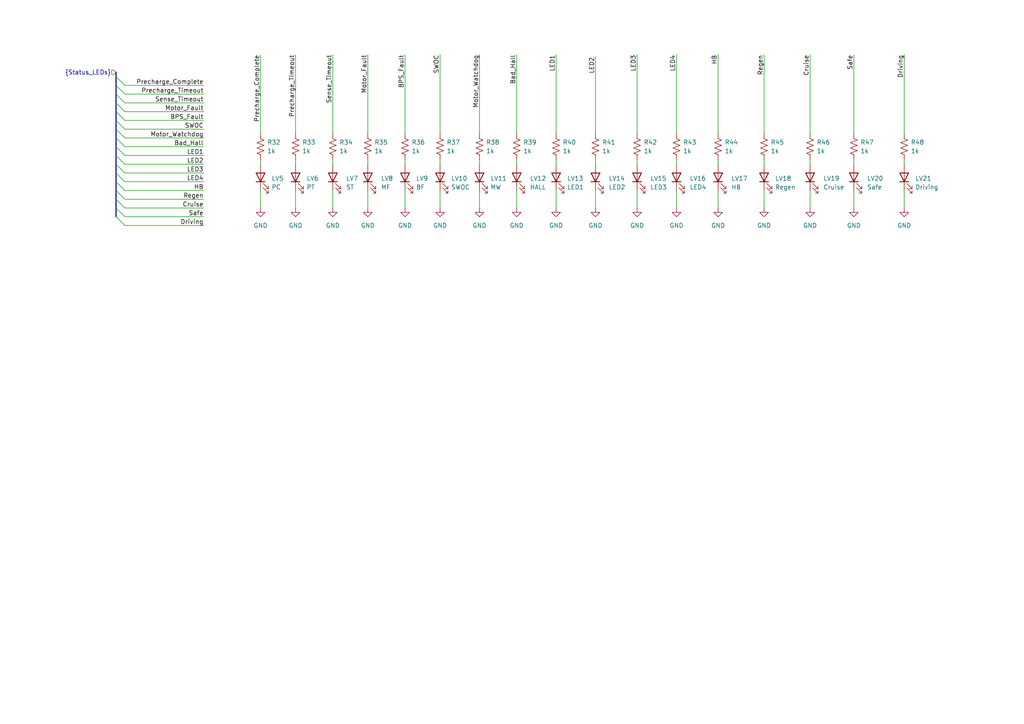
<source format=kicad_sch>
(kicad_sch (version 20250114) (generator "eeschema") (generator_version "9.0")
  (paper "A4")
  (lib_symbols
    (symbol "Device:LED" (pin_numbers (hide yes)) (pin_names (offset 1.016) (hide yes))
      (property "Reference" "D" (at 0 2.54 0))
      (property "Value" "LED" (at 0 -2.54 0))
      (symbol "LED_0_1"
        (polyline (pts (xy -3.048 -0.762) (xy -4.572 -2.286) (xy -3.81 -2.286) (xy -4.572 -2.286) (xy -4.572 -1.524)))
        (polyline (pts (xy -1.778 -0.762) (xy -3.302 -2.286) (xy -2.54 -2.286) (xy -3.302 -2.286) (xy -3.302 -1.524)))
        (polyline (pts (xy -1.27 0) (xy 1.27 0)))
        (polyline (pts (xy -1.27 -1.27) (xy -1.27 1.27)) (stroke (width 0.254)))
        (polyline (pts (xy 1.27 -1.27) (xy 1.27 1.27) (xy -1.27 0) (xy 1.27 -1.27)) (stroke (width 0.254)))
      )
      (symbol "LED_1_1"
        (pin passive line (at -3.81 0 0) (length 2.54) (name "K") (number "1"))
        (pin passive line (at 3.81 0 180) (length 2.54) (name "A") (number "2"))
      )
    )
    (symbol "Device:R_US" (pin_numbers (hide yes)) (pin_names (offset 0))
      (property "Reference" "R" (at 2.54 0 90))
      (property "Value" "R_US" (at -2.54 0 90))
      (symbol "R_US_0_1"
        (polyline (pts (xy 0 2.286) (xy 0 2.54)))
        (polyline (pts (xy 0 2.286) (xy 1.016 1.905) (xy 0 1.524) (xy -1.016 1.143) (xy 0 0.762)))
        (polyline (pts (xy 0 0.762) (xy 1.016 0.381) (xy 0 0) (xy -1.016 -0.381) (xy 0 -0.762)))
        (polyline (pts (xy 0 -0.762) (xy 1.016 -1.143) (xy 0 -1.524) (xy -1.016 -1.905) (xy 0 -2.286)))
        (polyline (pts (xy 0 -2.286) (xy 0 -2.54)))
      )
      (symbol "R_US_1_1"
        (pin passive line (at 0 3.81 270) (length 1.27) (name "~") (number "1"))
        (pin passive line (at 0 -3.81 90) (length 1.27) (name "~") (number "2"))
      )
    )
    (symbol "power:GND" (power) (pin_numbers (hide yes)) (pin_names (offset 0) (hide yes))
      (property "Value" "GND" (at 0 -3.81 0))
      (symbol "GND_0_1"
        (polyline (pts (xy 0 0) (xy 0 -1.27) (xy 1.27 -1.27) (xy 0 -2.54) (xy -1.27 -1.27) (xy 0 -1.27)))
      )
      (symbol "GND_1_1"
        (pin power_in line (at 0 0 270) (length 0) (name "~") (number "1"))
      )
    )
  )
  (bus_entry (at 33.655 47.625) (size 2.54 2.54))
  (bus_entry (at 33.655 34.925) (size 2.54 2.54))
  (bus_entry (at 33.655 22.225) (size 2.54 2.54))
  (bus_entry (at 33.655 45.085) (size 2.54 2.54))
  (bus_entry (at 33.655 50.165) (size 2.54 2.54))
  (bus_entry (at 33.655 40.005) (size 2.54 2.54))
  (bus_entry (at 33.655 27.305) (size 2.54 2.54))
  (bus_entry (at 33.655 37.465) (size 2.54 2.54))
  (bus_entry (at 33.655 42.545) (size 2.54 2.54))
  (bus_entry (at 33.655 32.385) (size 2.54 2.54))
  (bus_entry (at 33.655 29.845) (size 2.54 2.54))
  (bus_entry (at 33.655 60.325) (size 2.54 2.54))
  (bus_entry (at 33.655 55.245) (size 2.54 2.54))
  (bus_entry (at 33.655 52.705) (size 2.54 2.54))
  (bus_entry (at 33.655 24.765) (size 2.54 2.54))
  (bus_entry (at 33.655 62.865) (size 2.54 2.54))
  (bus_entry (at 33.655 57.785) (size 2.54 2.54))
  (bus (pts (xy 33.655 40.005) (xy 33.655 42.545)))
  (wire (pts (xy 196.215 55.245) (xy 196.215 60.325)))
  (wire (pts (xy 149.86 38.735) (xy 149.86 15.875)))
  (wire (pts (xy 208.28 55.245) (xy 208.28 60.325)))
  (wire (pts (xy 221.615 38.735) (xy 221.615 15.875)))
  (wire (pts (xy 139.065 38.735) (xy 139.065 15.875)))
  (wire (pts (xy 221.615 55.245) (xy 221.615 60.325)))
  (bus (pts (xy 33.655 42.545) (xy 33.655 45.085)))
  (wire (pts (xy 127.635 46.355) (xy 127.635 47.625)))
  (wire (pts (xy 234.95 55.245) (xy 234.95 60.325)))
  (wire (pts (xy 208.28 38.735) (xy 208.28 15.875)))
  (wire (pts (xy 106.68 55.245) (xy 106.68 60.325)))
  (bus (pts (xy 33.655 52.705) (xy 33.655 55.245)))
  (wire (pts (xy 184.785 55.245) (xy 184.785 60.325)))
  (wire (pts (xy 221.615 46.355) (xy 221.615 47.625)))
  (wire (pts (xy 161.29 46.355) (xy 161.29 47.625)))
  (wire (pts (xy 208.28 46.355) (xy 208.28 47.625)))
  (wire (pts (xy 75.565 46.355) (xy 75.565 47.625)))
  (bus (pts (xy 33.655 32.385) (xy 33.655 34.925)))
  (bus (pts (xy 33.655 34.925) (xy 33.655 37.465)))
  (wire (pts (xy 75.565 55.245) (xy 75.565 60.325)))
  (wire (pts (xy 36.195 60.325) (xy 59.055 60.325)))
  (bus (pts (xy 33.655 60.325) (xy 33.655 62.865)))
  (wire (pts (xy 247.65 46.355) (xy 247.65 47.625)))
  (bus (pts (xy 33.655 22.225) (xy 33.655 24.765)))
  (wire (pts (xy 96.52 55.245) (xy 96.52 60.325)))
  (wire (pts (xy 36.195 45.085) (xy 59.055 45.085)))
  (wire (pts (xy 36.195 62.865) (xy 59.055 62.865)))
  (wire (pts (xy 196.215 38.735) (xy 196.215 15.875)))
  (wire (pts (xy 36.195 40.005) (xy 59.055 40.005)))
  (wire (pts (xy 247.65 38.735) (xy 247.65 15.875)))
  (wire (pts (xy 172.72 55.245) (xy 172.72 60.325)))
  (bus (pts (xy 33.655 27.305) (xy 33.655 29.845)))
  (wire (pts (xy 139.065 55.245) (xy 139.065 60.325)))
  (wire (pts (xy 85.725 38.735) (xy 85.725 15.875)))
  (bus (pts (xy 33.655 29.845) (xy 33.655 32.385)))
  (bus (pts (xy 33.655 45.085) (xy 33.655 47.625)))
  (bus (pts (xy 33.655 55.245) (xy 33.655 57.785)))
  (wire (pts (xy 36.195 57.785) (xy 59.055 57.785)))
  (wire (pts (xy 172.72 46.355) (xy 172.72 47.625)))
  (wire (pts (xy 117.475 46.355) (xy 117.475 47.625)))
  (wire (pts (xy 149.86 46.355) (xy 149.86 47.625)))
  (wire (pts (xy 36.195 47.625) (xy 59.055 47.625)))
  (wire (pts (xy 262.255 38.735) (xy 262.255 15.875)))
  (wire (pts (xy 196.215 46.355) (xy 196.215 47.625)))
  (wire (pts (xy 234.95 46.355) (xy 234.95 47.625)))
  (wire (pts (xy 36.195 65.405) (xy 59.055 65.405)))
  (wire (pts (xy 184.785 46.355) (xy 184.785 47.625)))
  (wire (pts (xy 117.475 38.735) (xy 117.475 15.875)))
  (bus (pts (xy 33.655 24.765) (xy 33.655 27.305)))
  (wire (pts (xy 36.195 32.385) (xy 59.055 32.385)))
  (wire (pts (xy 75.565 38.735) (xy 75.565 15.875)))
  (wire (pts (xy 127.635 38.735) (xy 127.635 15.875)))
  (wire (pts (xy 36.195 37.465) (xy 59.055 37.465)))
  (wire (pts (xy 247.65 55.245) (xy 247.65 60.325)))
  (wire (pts (xy 36.195 55.245) (xy 59.055 55.245)))
  (wire (pts (xy 106.68 46.355) (xy 106.68 47.625)))
  (wire (pts (xy 36.195 29.845) (xy 59.055 29.845)))
  (wire (pts (xy 149.86 55.245) (xy 149.86 60.325)))
  (bus (pts (xy 33.655 57.785) (xy 33.655 60.325)))
  (wire (pts (xy 96.52 38.735) (xy 96.52 15.875)))
  (wire (pts (xy 161.29 55.245) (xy 161.29 60.325)))
  (wire (pts (xy 36.195 27.305) (xy 59.055 27.305)))
  (bus (pts (xy 33.655 50.165) (xy 33.655 52.705)))
  (wire (pts (xy 184.785 38.735) (xy 184.785 15.875)))
  (wire (pts (xy 234.95 38.735) (xy 234.95 15.875)))
  (wire (pts (xy 139.065 46.355) (xy 139.065 47.625)))
  (bus (pts (xy 33.655 47.625) (xy 33.655 50.165)))
  (wire (pts (xy 85.725 55.245) (xy 85.725 60.325)))
  (wire (pts (xy 106.68 38.735) (xy 106.68 15.875)))
  (wire (pts (xy 36.195 42.545) (xy 59.055 42.545)))
  (wire (pts (xy 36.195 50.165) (xy 59.055 50.165)))
  (wire (pts (xy 36.195 52.705) (xy 59.055 52.705)))
  (wire (pts (xy 96.52 46.355) (xy 96.52 47.625)))
  (wire (pts (xy 172.72 38.735) (xy 172.72 16.51)))
  (wire (pts (xy 161.29 38.735) (xy 161.29 15.875)))
  (wire (pts (xy 36.195 34.925) (xy 59.055 34.925)))
  (wire (pts (xy 262.255 46.355) (xy 262.255 47.625)))
  (bus (pts (xy 33.655 37.465) (xy 33.655 40.005)))
  (wire (pts (xy 262.255 55.245) (xy 262.255 60.325)))
  (wire (pts (xy 36.195 24.765) (xy 59.055 24.765)))
  (wire (pts (xy 127.635 55.245) (xy 127.635 60.325)))
  (wire (pts (xy 117.475 55.245) (xy 117.475 60.325)))
  (bus (pts (xy 33.655 20.955) (xy 33.655 22.225)))
  (wire (pts (xy 85.725 46.355) (xy 85.725 47.625)))
  (label "LED3" (at 59.055 50.165 180))
  (label "Precharge_Complete" (at 59.055 24.765 180))
  (label "LED2" (at 172.72 16.51 270))
  (label "Bad_Hall" (at 149.86 15.875 270))
  (label "SWOC" (at 59.055 37.465 180))
  (label "LED3" (at 184.785 15.875 270))
  (label "Cruise" (at 59.055 60.325 180))
  (label "Cruise" (at 234.95 15.875 270))
  (label "Driving" (at 262.255 15.875 270))
  (label "Sense_Timeout" (at 59.055 29.845 180))
  (label "HB" (at 59.055 55.245 180))
  (label "Motor_Fault" (at 59.055 32.385 180))
  (label "Motor_Fault" (at 106.68 15.875 270))
  (label "LED1" (at 161.29 15.875 270))
  (label "LED4" (at 196.215 15.875 270))
  (label "Bad_Hall" (at 59.055 42.545 180))
  (label "SWOC" (at 127.635 15.875 270))
  (label "HB" (at 208.28 15.875 270))
  (label "BPS_Fault" (at 117.475 15.875 270))
  (label "Regen" (at 221.615 15.875 270))
  (label "LED1" (at 59.055 45.085 180))
  (label "LED2" (at 59.055 47.625 180))
  (label "Precharge_Timeout" (at 85.725 15.875 270))
  (label "Safe" (at 59.055 62.865 180))
  (label "Safe" (at 247.65 15.875 270))
  (label "Sense_Timeout" (at 96.52 15.875 270))
  (label "BPS_Fault" (at 59.055 34.925 180))
  (label "Precharge_Timeout" (at 59.055 27.305 180))
  (label "Motor_Watchdog" (at 59.055 40.005 180))
  (label "LED4" (at 59.055 52.705 180))
  (label "Precharge_Complete" (at 75.565 15.875 270))
  (label "Regen" (at 59.055 57.785 180))
  (label "Driving" (at 59.055 65.405 180))
  (label "Motor_Watchdog" (at 139.065 15.875 270))
  (hierarchical_label "{Status_LEDs}" (shape input) (at 33.655 20.955 180))
  (symbol (lib_id "Device:LED") (at 75.565 51.435 90) (unit 1)
    (property "Reference" "LV5" (at 78.74 51.7524 90) (effects (justify right)))
    (property "Value" "PC" (at 78.74 54.2924 90) (effects (justify right)))
    (property "Footprint" "LED_SMD:LED_0603_1608Metric_Pad1.05x0.95mm_HandSolder" (effects (hide yes)))
    (property "Datasheet" "https://www.lcsc.com/datasheet/C7371904.pdf" (effects (hide yes)))
    (property "Description" "Light emitting diode" (effects (hide yes)))
    (property "Sim.Pins" "1=K 2=A" (effects (hide yes)))
    (property "P/N" "XL-1608UBC-06A" (effects (hide yes)))
  )
  (symbol (lib_id "Device:R_US") (at 161.29 42.545 0) (unit 1)
    (property "Reference" "R40" (at 163.195 41.2749 0) (effects (justify left)))
    (property "Value" "1k" (at 163.195 43.8149 0) (effects (justify left)))
    (property "Footprint" "Resistor_SMD:R_0603_1608Metric_Pad0.98x0.95mm_HandSolder" (effects (hide yes)))
    (property "Description" "Resistor, US symbol" (effects (hide yes)))
    (property "P/N" "CRCW0603120RFKEC" (effects (hide yes)))
    (property "Mouser Part Number" " 71-CRCW0603120RFKEC" (effects (hide yes)))
  )
  (symbol (lib_id "Device:LED") (at 262.255 51.435 90) (unit 1)
    (property "Reference" "LV21" (at 265.43 51.7524 90) (effects (justify right)))
    (property "Value" "Driving" (at 265.43 54.2924 90) (effects (justify right)))
    (property "Footprint" "LED_SMD:LED_0603_1608Metric_Pad1.05x0.95mm_HandSolder" (effects (hide yes)))
    (property "Datasheet" "https://www.lcsc.com/datasheet/C7371904.pdf" (effects (hide yes)))
    (property "Description" "Light emitting diode" (effects (hide yes)))
    (property "Sim.Pins" "1=K 2=A" (effects (hide yes)))
    (property "P/N" "XL-1608UBC-06A" (effects (hide yes)))
  )
  (symbol (lib_id "Device:LED") (at 106.68 51.435 90) (unit 1)
    (property "Reference" "LV8" (at 110.49 51.7524 90) (effects (justify right)))
    (property "Value" "MF" (at 110.49 54.2924 90) (effects (justify right)))
    (property "Footprint" "LED_SMD:LED_0603_1608Metric_Pad1.05x0.95mm_HandSolder" (effects (hide yes)))
    (property "Datasheet" "https://www.lcsc.com/datasheet/C7371904.pdf" (effects (hide yes)))
    (property "Description" "Light emitting diode" (effects (hide yes)))
    (property "Sim.Pins" "1=K 2=A" (effects (hide yes)))
    (property "P/N" "XL-1608UBC-06A" (effects (hide yes)))
  )
  (symbol (lib_id "power:GND") (at 75.565 60.325 0) (unit 1)
    (property "Reference" "#PWR015" (effects (hide yes)))
    (property "Value" "GND" (at 75.565 65.405 0))
    (property "Description" "Power symbol creates a global label with name \"GND\" , ground" (effects (hide yes)))
  )
  (symbol (lib_id "power:GND") (at 127.635 60.325 0) (unit 1)
    (property "Reference" "#PWR025" (effects (hide yes)))
    (property "Value" "GND" (at 127.635 65.405 0))
    (property "Description" "Power symbol creates a global label with name \"GND\" , ground" (effects (hide yes)))
  )
  (symbol (lib_id "Device:LED") (at 184.785 51.435 90) (unit 1)
    (property "Reference" "LV15" (at 188.595 51.7524 90) (effects (justify right)))
    (property "Value" "LED3" (at 188.595 54.2924 90) (effects (justify right)))
    (property "Footprint" "LED_SMD:LED_0603_1608Metric_Pad1.05x0.95mm_HandSolder" (effects (hide yes)))
    (property "Datasheet" "https://www.lcsc.com/datasheet/C7371904.pdf" (effects (hide yes)))
    (property "Description" "Light emitting diode" (effects (hide yes)))
    (property "Sim.Pins" "1=K 2=A" (effects (hide yes)))
    (property "P/N" "XL-1608UBC-06A" (effects (hide yes)))
  )
  (symbol (lib_id "power:GND") (at 196.215 60.325 0) (unit 1)
    (property "Reference" "#PWR067" (effects (hide yes)))
    (property "Value" "GND" (at 196.215 65.405 0))
    (property "Description" "Power symbol creates a global label with name \"GND\" , ground" (effects (hide yes)))
  )
  (symbol (lib_id "Device:R_US") (at 75.565 42.545 0) (unit 1)
    (property "Reference" "R32" (at 77.47 41.2749 0) (effects (justify left)))
    (property "Value" "1k" (at 77.47 43.8149 0) (effects (justify left)))
    (property "Footprint" "Resistor_SMD:R_0603_1608Metric_Pad0.98x0.95mm_HandSolder" (effects (hide yes)))
    (property "Description" "Resistor, US symbol" (effects (hide yes)))
    (property "P/N" "CRCW0603120RFKEC" (effects (hide yes)))
    (property "Mouser Part Number" " 71-CRCW0603120RFKEC" (effects (hide yes)))
  )
  (symbol (lib_id "Device:LED") (at 127.635 51.435 90) (unit 1)
    (property "Reference" "LV10" (at 130.81 51.7524 90) (effects (justify right)))
    (property "Value" "SWOC" (at 130.81 54.2924 90) (effects (justify right)))
    (property "Footprint" "LED_SMD:LED_0603_1608Metric_Pad1.05x0.95mm_HandSolder" (effects (hide yes)))
    (property "Datasheet" "https://www.lcsc.com/datasheet/C7371904.pdf" (effects (hide yes)))
    (property "Description" "Light emitting diode" (effects (hide yes)))
    (property "Sim.Pins" "1=K 2=A" (effects (hide yes)))
    (property "P/N" "XL-1608UBC-06A" (effects (hide yes)))
  )
  (symbol (lib_id "power:GND") (at 149.86 60.325 0) (unit 1)
    (property "Reference" "#PWR028" (effects (hide yes)))
    (property "Value" "GND" (at 149.86 65.405 0))
    (property "Description" "Power symbol creates a global label with name \"GND\" , ground" (effects (hide yes)))
  )
  (symbol (lib_id "Device:R_US") (at 96.52 42.545 0) (unit 1)
    (property "Reference" "R34" (at 98.425 41.2749 0) (effects (justify left)))
    (property "Value" "1k" (at 98.425 43.8149 0) (effects (justify left)))
    (property "Footprint" "Resistor_SMD:R_0603_1608Metric_Pad0.98x0.95mm_HandSolder" (effects (hide yes)))
    (property "Description" "Resistor, US symbol" (effects (hide yes)))
    (property "P/N" "CRCW0603120RFKEC" (effects (hide yes)))
    (property "Mouser Part Number" " 71-CRCW0603120RFKEC" (effects (hide yes)))
  )
  (symbol (lib_id "Device:LED") (at 247.65 51.435 90) (unit 1)
    (property "Reference" "LV20" (at 251.46 51.7524 90) (effects (justify right)))
    (property "Value" "Safe" (at 251.46 54.2924 90) (effects (justify right)))
    (property "Footprint" "LED_SMD:LED_0603_1608Metric_Pad1.05x0.95mm_HandSolder" (effects (hide yes)))
    (property "Datasheet" "https://www.lcsc.com/datasheet/C7371904.pdf" (effects (hide yes)))
    (property "Description" "Light emitting diode" (effects (hide yes)))
    (property "Sim.Pins" "1=K 2=A" (effects (hide yes)))
    (property "P/N" "XL-1608UBC-06A" (effects (hide yes)))
  )
  (symbol (lib_id "power:GND") (at 85.725 60.325 0) (unit 1)
    (property "Reference" "#PWR016" (effects (hide yes)))
    (property "Value" "GND" (at 85.725 65.405 0))
    (property "Description" "Power symbol creates a global label with name \"GND\" , ground" (effects (hide yes)))
  )
  (symbol (lib_id "Device:R_US") (at 221.615 42.545 0) (unit 1)
    (property "Reference" "R45" (at 223.52 41.2749 0) (effects (justify left)))
    (property "Value" "1k" (at 223.52 43.8149 0) (effects (justify left)))
    (property "Footprint" "Resistor_SMD:R_0603_1608Metric_Pad0.98x0.95mm_HandSolder" (effects (hide yes)))
    (property "Description" "Resistor, US symbol" (effects (hide yes)))
    (property "P/N" "CRCW0603120RFKEC" (effects (hide yes)))
    (property "Mouser Part Number" " 71-CRCW0603120RFKEC" (effects (hide yes)))
  )
  (symbol (lib_id "Device:LED") (at 161.29 51.435 90) (unit 1)
    (property "Reference" "LV13" (at 164.465 51.7524 90) (effects (justify right)))
    (property "Value" "LED1" (at 164.465 54.2924 90) (effects (justify right)))
    (property "Footprint" "LED_SMD:LED_0603_1608Metric_Pad1.05x0.95mm_HandSolder" (effects (hide yes)))
    (property "Datasheet" "https://www.lcsc.com/datasheet/C7371904.pdf" (effects (hide yes)))
    (property "Description" "Light emitting diode" (effects (hide yes)))
    (property "Sim.Pins" "1=K 2=A" (effects (hide yes)))
    (property "P/N" "XL-1608UBC-06A" (effects (hide yes)))
  )
  (symbol (lib_id "power:GND") (at 262.255 60.325 0) (unit 1)
    (property "Reference" "#PWR082" (effects (hide yes)))
    (property "Value" "GND" (at 262.255 65.405 0))
    (property "Description" "Power symbol creates a global label with name \"GND\" , ground" (effects (hide yes)))
  )
  (symbol (lib_id "Device:R_US") (at 106.68 42.545 0) (unit 1)
    (property "Reference" "R35" (at 108.585 41.2749 0) (effects (justify left)))
    (property "Value" "1k" (at 108.585 43.8149 0) (effects (justify left)))
    (property "Footprint" "Resistor_SMD:R_0603_1608Metric_Pad0.98x0.95mm_HandSolder" (effects (hide yes)))
    (property "Description" "Resistor, US symbol" (effects (hide yes)))
    (property "P/N" "CRCW0603120RFKEC" (effects (hide yes)))
    (property "Mouser Part Number" " 71-CRCW0603120RFKEC" (effects (hide yes)))
  )
  (symbol (lib_id "Device:R_US") (at 262.255 42.545 0) (unit 1)
    (property "Reference" "R48" (at 264.16 41.2749 0) (effects (justify left)))
    (property "Value" "1k" (at 264.16 43.8149 0) (effects (justify left)))
    (property "Footprint" "Resistor_SMD:R_0603_1608Metric_Pad0.98x0.95mm_HandSolder" (effects (hide yes)))
    (property "Description" "Resistor, US symbol" (effects (hide yes)))
    (property "P/N" "CRCW0603120RFKEC" (effects (hide yes)))
    (property "Mouser Part Number" " 71-CRCW0603120RFKEC" (effects (hide yes)))
  )
  (symbol (lib_id "Device:LED") (at 85.725 51.435 90) (unit 1)
    (property "Reference" "LV6" (at 88.9 51.7524 90) (effects (justify right)))
    (property "Value" "PT" (at 88.9 54.2924 90) (effects (justify right)))
    (property "Footprint" "LED_SMD:LED_0603_1608Metric_Pad1.05x0.95mm_HandSolder" (effects (hide yes)))
    (property "Datasheet" "https://www.lcsc.com/datasheet/C7371904.pdf" (effects (hide yes)))
    (property "Description" "Light emitting diode" (effects (hide yes)))
    (property "Sim.Pins" "1=K 2=A" (effects (hide yes)))
    (property "P/N" "XL-1608UBC-06A" (effects (hide yes)))
  )
  (symbol (lib_id "power:GND") (at 221.615 60.325 0) (unit 1)
    (property "Reference" "#PWR079" (effects (hide yes)))
    (property "Value" "GND" (at 221.615 65.405 0))
    (property "Description" "Power symbol creates a global label with name \"GND\" , ground" (effects (hide yes)))
  )
  (symbol (lib_id "Device:LED") (at 149.86 51.435 90) (unit 1)
    (property "Reference" "LV12" (at 153.67 51.7524 90) (effects (justify right)))
    (property "Value" "HALL" (at 153.67 54.2924 90) (effects (justify right)))
    (property "Footprint" "LED_SMD:LED_0603_1608Metric_Pad1.05x0.95mm_HandSolder" (effects (hide yes)))
    (property "Datasheet" "https://www.lcsc.com/datasheet/C7371904.pdf" (effects (hide yes)))
    (property "Description" "Light emitting diode" (effects (hide yes)))
    (property "Sim.Pins" "1=K 2=A" (effects (hide yes)))
    (property "P/N" "XL-1608UBC-06A" (effects (hide yes)))
  )
  (symbol (lib_id "power:GND") (at 234.95 60.325 0) (unit 1)
    (property "Reference" "#PWR080" (effects (hide yes)))
    (property "Value" "GND" (at 234.95 65.405 0))
    (property "Description" "Power symbol creates a global label with name \"GND\" , ground" (effects (hide yes)))
  )
  (symbol (lib_id "Device:LED") (at 96.52 51.435 90) (unit 1)
    (property "Reference" "LV7" (at 100.33 51.7524 90) (effects (justify right)))
    (property "Value" "ST" (at 100.33 54.2924 90) (effects (justify right)))
    (property "Footprint" "LED_SMD:LED_0603_1608Metric_Pad1.05x0.95mm_HandSolder" (effects (hide yes)))
    (property "Datasheet" "https://www.lcsc.com/datasheet/C7371904.pdf" (effects (hide yes)))
    (property "Description" "Light emitting diode" (effects (hide yes)))
    (property "Sim.Pins" "1=K 2=A" (effects (hide yes)))
    (property "P/N" "XL-1608UBC-06A" (effects (hide yes)))
  )
  (symbol (lib_id "power:GND") (at 172.72 60.325 0) (unit 1)
    (property "Reference" "#PWR056" (effects (hide yes)))
    (property "Value" "GND" (at 172.72 65.405 0))
    (property "Description" "Power symbol creates a global label with name \"GND\" , ground" (effects (hide yes)))
  )
  (symbol (lib_id "Device:R_US") (at 196.215 42.545 0) (unit 1)
    (property "Reference" "R43" (at 198.12 41.2749 0) (effects (justify left)))
    (property "Value" "1k" (at 198.12 43.8149 0) (effects (justify left)))
    (property "Footprint" "Resistor_SMD:R_0603_1608Metric_Pad0.98x0.95mm_HandSolder" (effects (hide yes)))
    (property "Description" "Resistor, US symbol" (effects (hide yes)))
    (property "P/N" "CRCW0603120RFKEC" (effects (hide yes)))
    (property "Mouser Part Number" " 71-CRCW0603120RFKEC" (effects (hide yes)))
  )
  (symbol (lib_id "Device:R_US") (at 139.065 42.545 0) (unit 1)
    (property "Reference" "R38" (at 140.97 41.2749 0) (effects (justify left)))
    (property "Value" "1k" (at 140.97 43.8149 0) (effects (justify left)))
    (property "Footprint" "Resistor_SMD:R_0603_1608Metric_Pad0.98x0.95mm_HandSolder" (effects (hide yes)))
    (property "Description" "Resistor, US symbol" (effects (hide yes)))
    (property "P/N" "CRCW0603120RFKEC" (effects (hide yes)))
    (property "Mouser Part Number" " 71-CRCW0603120RFKEC" (effects (hide yes)))
  )
  (symbol (lib_id "Device:R_US") (at 184.785 42.545 0) (unit 1)
    (property "Reference" "R42" (at 186.69 41.2749 0) (effects (justify left)))
    (property "Value" "1k" (at 186.69 43.8149 0) (effects (justify left)))
    (property "Footprint" "Resistor_SMD:R_0603_1608Metric_Pad0.98x0.95mm_HandSolder" (effects (hide yes)))
    (property "Description" "Resistor, US symbol" (effects (hide yes)))
    (property "P/N" "CRCW0603120RFKEC" (effects (hide yes)))
    (property "Mouser Part Number" " 71-CRCW0603120RFKEC" (effects (hide yes)))
  )
  (symbol (lib_id "Device:R_US") (at 234.95 42.545 0) (unit 1)
    (property "Reference" "R46" (at 236.855 41.2749 0) (effects (justify left)))
    (property "Value" "1k" (at 236.855 43.8149 0) (effects (justify left)))
    (property "Footprint" "Resistor_SMD:R_0603_1608Metric_Pad0.98x0.95mm_HandSolder" (effects (hide yes)))
    (property "Description" "Resistor, US symbol" (effects (hide yes)))
    (property "P/N" "CRCW0603120RFKEC" (effects (hide yes)))
    (property "Mouser Part Number" " 71-CRCW0603120RFKEC" (effects (hide yes)))
  )
  (symbol (lib_id "power:GND") (at 139.065 60.325 0) (unit 1)
    (property "Reference" "#PWR026" (effects (hide yes)))
    (property "Value" "GND" (at 139.065 65.405 0))
    (property "Description" "Power symbol creates a global label with name \"GND\" , ground" (effects (hide yes)))
  )
  (symbol (lib_id "Device:R_US") (at 127.635 42.545 0) (unit 1)
    (property "Reference" "R37" (at 129.54 41.2749 0) (effects (justify left)))
    (property "Value" "1k" (at 129.54 43.8149 0) (effects (justify left)))
    (property "Footprint" "Resistor_SMD:R_0603_1608Metric_Pad0.98x0.95mm_HandSolder" (effects (hide yes)))
    (property "Description" "Resistor, US symbol" (effects (hide yes)))
    (property "P/N" "CRCW0603120RFKEC" (effects (hide yes)))
    (property "Mouser Part Number" " 71-CRCW0603120RFKEC" (effects (hide yes)))
  )
  (symbol (lib_id "Device:LED") (at 172.72 51.435 90) (unit 1)
    (property "Reference" "LV14" (at 176.53 51.7524 90) (effects (justify right)))
    (property "Value" "LED2" (at 176.53 54.2924 90) (effects (justify right)))
    (property "Footprint" "LED_SMD:LED_0603_1608Metric_Pad1.05x0.95mm_HandSolder" (effects (hide yes)))
    (property "Datasheet" "https://www.lcsc.com/datasheet/C7371904.pdf" (effects (hide yes)))
    (property "Description" "Light emitting diode" (effects (hide yes)))
    (property "Sim.Pins" "1=K 2=A" (effects (hide yes)))
    (property "P/N" "XL-1608UBC-06A" (effects (hide yes)))
  )
  (symbol (lib_id "power:GND") (at 184.785 60.325 0) (unit 1)
    (property "Reference" "#PWR057" (effects (hide yes)))
    (property "Value" "GND" (at 184.785 65.405 0))
    (property "Description" "Power symbol creates a global label with name \"GND\" , ground" (effects (hide yes)))
  )
  (symbol (lib_id "Device:R_US") (at 208.28 42.545 0) (unit 1)
    (property "Reference" "R44" (at 210.185 41.2749 0) (effects (justify left)))
    (property "Value" "1k" (at 210.185 43.8149 0) (effects (justify left)))
    (property "Footprint" "Resistor_SMD:R_0603_1608Metric_Pad0.98x0.95mm_HandSolder" (effects (hide yes)))
    (property "Description" "Resistor, US symbol" (effects (hide yes)))
    (property "P/N" "CRCW0603120RFKEC" (effects (hide yes)))
    (property "Mouser Part Number" " 71-CRCW0603120RFKEC" (effects (hide yes)))
  )
  (symbol (lib_id "power:GND") (at 117.475 60.325 0) (unit 1)
    (property "Reference" "#PWR024" (effects (hide yes)))
    (property "Value" "GND" (at 117.475 65.405 0))
    (property "Description" "Power symbol creates a global label with name \"GND\" , ground" (effects (hide yes)))
  )
  (symbol (lib_id "Device:LED") (at 208.28 51.435 90) (unit 1)
    (property "Reference" "LV17" (at 212.09 51.7524 90) (effects (justify right)))
    (property "Value" "HB" (at 212.09 54.2924 90) (effects (justify right)))
    (property "Footprint" "LED_SMD:LED_0603_1608Metric_Pad1.05x0.95mm_HandSolder" (effects (hide yes)))
    (property "Datasheet" "https://www.lcsc.com/datasheet/C7371904.pdf" (effects (hide yes)))
    (property "Description" "Light emitting diode" (effects (hide yes)))
    (property "Sim.Pins" "1=K 2=A" (effects (hide yes)))
    (property "P/N" "XL-1608UBC-06A" (effects (hide yes)))
  )
  (symbol (lib_id "Device:R_US") (at 149.86 42.545 0) (unit 1)
    (property "Reference" "R39" (at 151.765 41.2749 0) (effects (justify left)))
    (property "Value" "1k" (at 151.765 43.8149 0) (effects (justify left)))
    (property "Footprint" "Resistor_SMD:R_0603_1608Metric_Pad0.98x0.95mm_HandSolder" (effects (hide yes)))
    (property "Description" "Resistor, US symbol" (effects (hide yes)))
    (property "P/N" "CRCW0603120RFKEC" (effects (hide yes)))
    (property "Mouser Part Number" " 71-CRCW0603120RFKEC" (effects (hide yes)))
  )
  (symbol (lib_id "Device:R_US") (at 85.725 42.545 0) (unit 1)
    (property "Reference" "R33" (at 87.63 41.2749 0) (effects (justify left)))
    (property "Value" "1k" (at 87.63 43.8149 0) (effects (justify left)))
    (property "Footprint" "Resistor_SMD:R_0603_1608Metric_Pad0.98x0.95mm_HandSolder" (effects (hide yes)))
    (property "Description" "Resistor, US symbol" (effects (hide yes)))
    (property "P/N" "CRCW0603120RFKEC" (effects (hide yes)))
    (property "Mouser Part Number" " 71-CRCW0603120RFKEC" (effects (hide yes)))
  )
  (symbol (lib_id "power:GND") (at 161.29 60.325 0) (unit 1)
    (property "Reference" "#PWR029" (effects (hide yes)))
    (property "Value" "GND" (at 161.29 65.405 0))
    (property "Description" "Power symbol creates a global label with name \"GND\" , ground" (effects (hide yes)))
  )
  (symbol (lib_id "Device:LED") (at 234.95 51.435 90) (unit 1)
    (property "Reference" "LV19" (at 238.76 51.7524 90) (effects (justify right)))
    (property "Value" "Cruise" (at 238.76 54.2924 90) (effects (justify right)))
    (property "Footprint" "LED_SMD:LED_0603_1608Metric_Pad1.05x0.95mm_HandSolder" (effects (hide yes)))
    (property "Datasheet" "https://www.lcsc.com/datasheet/C7371904.pdf" (effects (hide yes)))
    (property "Description" "Light emitting diode" (effects (hide yes)))
    (property "Sim.Pins" "1=K 2=A" (effects (hide yes)))
    (property "P/N" "XL-1608UBC-06A" (effects (hide yes)))
  )
  (symbol (lib_id "Device:R_US") (at 247.65 42.545 0) (unit 1)
    (property "Reference" "R47" (at 249.555 41.2749 0) (effects (justify left)))
    (property "Value" "1k" (at 249.555 43.8149 0) (effects (justify left)))
    (property "Footprint" "Resistor_SMD:R_0603_1608Metric_Pad0.98x0.95mm_HandSolder" (effects (hide yes)))
    (property "Description" "Resistor, US symbol" (effects (hide yes)))
    (property "P/N" "CRCW0603120RFKEC" (effects (hide yes)))
    (property "Mouser Part Number" " 71-CRCW0603120RFKEC" (effects (hide yes)))
  )
  (symbol (lib_id "Device:R_US") (at 117.475 42.545 0) (unit 1)
    (property "Reference" "R36" (at 119.38 41.2749 0) (effects (justify left)))
    (property "Value" "1k" (at 119.38 43.8149 0) (effects (justify left)))
    (property "Footprint" "Resistor_SMD:R_0603_1608Metric_Pad0.98x0.95mm_HandSolder" (effects (hide yes)))
    (property "Description" "Resistor, US symbol" (effects (hide yes)))
    (property "P/N" "CRCW0603120RFKEC" (effects (hide yes)))
    (property "Mouser Part Number" " 71-CRCW0603120RFKEC" (effects (hide yes)))
  )
  (symbol (lib_id "power:GND") (at 247.65 60.325 0) (unit 1)
    (property "Reference" "#PWR081" (effects (hide yes)))
    (property "Value" "GND" (at 247.65 65.405 0))
    (property "Description" "Power symbol creates a global label with name \"GND\" , ground" (effects (hide yes)))
  )
  (symbol (lib_id "Device:R_US") (at 172.72 42.545 0) (unit 1)
    (property "Reference" "R41" (at 174.625 41.2749 0) (effects (justify left)))
    (property "Value" "1k" (at 174.625 43.8149 0) (effects (justify left)))
    (property "Footprint" "Resistor_SMD:R_0603_1608Metric_Pad0.98x0.95mm_HandSolder" (effects (hide yes)))
    (property "Description" "Resistor, US symbol" (effects (hide yes)))
    (property "P/N" "CRCW0603120RFKEC" (effects (hide yes)))
    (property "Mouser Part Number" " 71-CRCW0603120RFKEC" (effects (hide yes)))
  )
  (symbol (lib_id "Device:LED") (at 221.615 51.435 90) (unit 1)
    (property "Reference" "LV18" (at 224.79 51.7524 90) (effects (justify right)))
    (property "Value" "Regen" (at 224.79 54.2924 90) (effects (justify right)))
    (property "Footprint" "LED_SMD:LED_0603_1608Metric_Pad1.05x0.95mm_HandSolder" (effects (hide yes)))
    (property "Datasheet" "https://www.lcsc.com/datasheet/C7371904.pdf" (effects (hide yes)))
    (property "Description" "Light emitting diode" (effects (hide yes)))
    (property "Sim.Pins" "1=K 2=A" (effects (hide yes)))
    (property "P/N" "XL-1608UBC-06A" (effects (hide yes)))
  )
  (symbol (lib_id "Device:LED") (at 117.475 51.435 90) (unit 1)
    (property "Reference" "LV9" (at 120.65 51.7524 90) (effects (justify right)))
    (property "Value" "BF" (at 120.65 54.2924 90) (effects (justify right)))
    (property "Footprint" "LED_SMD:LED_0603_1608Metric_Pad1.05x0.95mm_HandSolder" (effects (hide yes)))
    (property "Datasheet" "https://www.lcsc.com/datasheet/C7371904.pdf" (effects (hide yes)))
    (property "Description" "Light emitting diode" (effects (hide yes)))
    (property "Sim.Pins" "1=K 2=A" (effects (hide yes)))
    (property "P/N" "XL-1608UBC-06A" (effects (hide yes)))
  )
  (symbol (lib_id "Device:LED") (at 139.065 51.435 90) (unit 1)
    (property "Reference" "LV11" (at 142.24 51.7524 90) (effects (justify right)))
    (property "Value" "MW" (at 142.24 54.2924 90) (effects (justify right)))
    (property "Footprint" "LED_SMD:LED_0603_1608Metric_Pad1.05x0.95mm_HandSolder" (effects (hide yes)))
    (property "Datasheet" "https://www.lcsc.com/datasheet/C7371904.pdf" (effects (hide yes)))
    (property "Description" "Light emitting diode" (effects (hide yes)))
    (property "Sim.Pins" "1=K 2=A" (effects (hide yes)))
    (property "P/N" "XL-1608UBC-06A" (effects (hide yes)))
  )
  (symbol (lib_id "power:GND") (at 106.68 60.325 0) (unit 1)
    (property "Reference" "#PWR023" (effects (hide yes)))
    (property "Value" "GND" (at 106.68 65.405 0))
    (property "Description" "Power symbol creates a global label with name \"GND\" , ground" (effects (hide yes)))
  )
  (symbol (lib_id "power:GND") (at 208.28 60.325 0) (unit 1)
    (property "Reference" "#PWR069" (effects (hide yes)))
    (property "Value" "GND" (at 208.28 65.405 0))
    (property "Description" "Power symbol creates a global label with name \"GND\" , ground" (effects (hide yes)))
  )
  (symbol (lib_id "Device:LED") (at 196.215 51.435 90) (unit 1)
    (property "Reference" "LV16" (at 200.025 51.7524 90) (effects (justify right)))
    (property "Value" "LED4" (at 200.025 54.2924 90) (effects (justify right)))
    (property "Footprint" "LED_SMD:LED_0603_1608Metric_Pad1.05x0.95mm_HandSolder" (effects (hide yes)))
    (property "Datasheet" "https://www.lcsc.com/datasheet/C7371904.pdf" (effects (hide yes)))
    (property "Description" "Light emitting diode" (effects (hide yes)))
    (property "Sim.Pins" "1=K 2=A" (effects (hide yes)))
    (property "P/N" "XL-1608UBC-06A" (effects (hide yes)))
  )
  (symbol (lib_id "power:GND") (at 96.52 60.325 0) (unit 1)
    (property "Reference" "#PWR022" (effects (hide yes)))
    (property "Value" "GND" (at 96.52 65.405 0))
    (property "Description" "Power symbol creates a global label with name \"GND\" , ground" (effects (hide yes)))
  )
)
</source>
